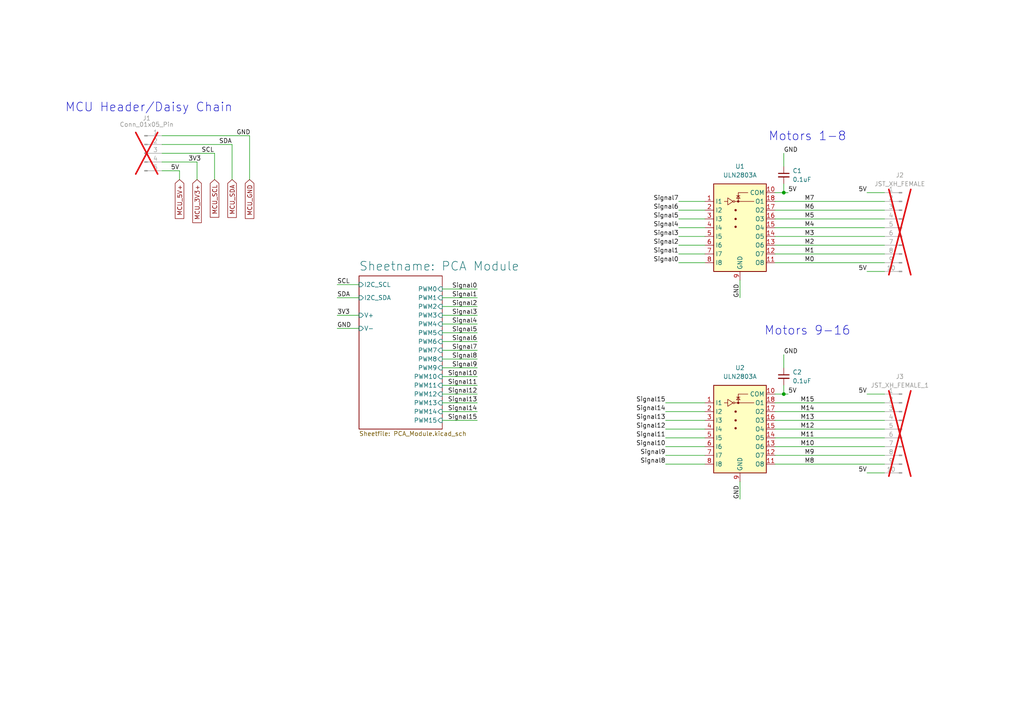
<source format=kicad_sch>
(kicad_sch (version 20231120) (generator "eeschema") (generator_version "8.0")
  (paper "A4")
  (lib_symbols
    (symbol "Connector:Conn_01x05_Pin" (pin_names (offset 1.016) hide)
      (property "Reference" "J" (at 0 7.62 0))
      (property "Value" "Conn_01x05_Pin" (at 0 -7.62 0))
      (symbol "Conn_01x05_Pin_1_1"
        (polyline (pts (xy 1.27 -5.08) (xy 0.8636 -5.08)) (stroke (width 0.1524)))
        (polyline (pts (xy 1.27 -2.54) (xy 0.8636 -2.54)) (stroke (width 0.1524)))
        (polyline (pts (xy 1.27 0) (xy 0.8636 0)) (stroke (width 0.1524)))
        (polyline (pts (xy 1.27 2.54) (xy 0.8636 2.54)) (stroke (width 0.1524)))
        (polyline (pts (xy 1.27 5.08) (xy 0.8636 5.08)) (stroke (width 0.1524)))
        (rectangle (start 0.8636 -4.953) (end 0 -5.207) (stroke (width 0.1524)) (fill (type outline)))
        (rectangle (start 0.8636 -2.413) (end 0 -2.667) (stroke (width 0.1524)) (fill (type outline)))
        (rectangle (start 0.8636 0.127) (end 0 -0.127) (stroke (width 0.1524)) (fill (type outline)))
        (rectangle (start 0.8636 2.667) (end 0 2.413) (stroke (width 0.1524)) (fill (type outline)))
        (rectangle (start 0.8636 5.207) (end 0 4.953) (stroke (width 0.1524)) (fill (type outline)))
        (pin passive line (at 5.08 5.08 180) (length 3.81) (name "Pin_1") (number "1"))
        (pin passive line (at 5.08 2.54 180) (length 3.81) (name "Pin_2") (number "2"))
        (pin passive line (at 5.08 0 180) (length 3.81) (name "Pin_3") (number "3"))
        (pin passive line (at 5.08 -2.54 180) (length 3.81) (name "Pin_4") (number "4"))
        (pin passive line (at 5.08 -5.08 180) (length 3.81) (name "Pin_5") (number "5"))
      )
    )
    (symbol "Connector:Conn_01x10_Pin" (pin_names (offset 1.016) hide)
      (property "Reference" "J" (at 0 12.7 0))
      (property "Value" "Conn_01x10_Pin" (at 0 -15.24 0))
      (symbol "Conn_01x10_Pin_1_1"
        (polyline (pts (xy 1.27 -12.7) (xy 0.8636 -12.7)) (stroke (width 0.1524)))
        (polyline (pts (xy 1.27 -10.16) (xy 0.8636 -10.16)) (stroke (width 0.1524)))
        (polyline (pts (xy 1.27 -7.62) (xy 0.8636 -7.62)) (stroke (width 0.1524)))
        (polyline (pts (xy 1.27 -5.08) (xy 0.8636 -5.08)) (stroke (width 0.1524)))
        (polyline (pts (xy 1.27 -2.54) (xy 0.8636 -2.54)) (stroke (width 0.1524)))
        (polyline (pts (xy 1.27 0) (xy 0.8636 0)) (stroke (width 0.1524)))
        (polyline (pts (xy 1.27 2.54) (xy 0.8636 2.54)) (stroke (width 0.1524)))
        (polyline (pts (xy 1.27 5.08) (xy 0.8636 5.08)) (stroke (width 0.1524)))
        (polyline (pts (xy 1.27 7.62) (xy 0.8636 7.62)) (stroke (width 0.1524)))
        (polyline (pts (xy 1.27 10.16) (xy 0.8636 10.16)) (stroke (width 0.1524)))
        (rectangle (start 0.8636 -12.573) (end 0 -12.827) (stroke (width 0.1524)) (fill (type outline)))
        (rectangle (start 0.8636 -10.033) (end 0 -10.287) (stroke (width 0.1524)) (fill (type outline)))
        (rectangle (start 0.8636 -7.493) (end 0 -7.747) (stroke (width 0.1524)) (fill (type outline)))
        (rectangle (start 0.8636 -4.953) (end 0 -5.207) (stroke (width 0.1524)) (fill (type outline)))
        (rectangle (start 0.8636 -2.413) (end 0 -2.667) (stroke (width 0.1524)) (fill (type outline)))
        (rectangle (start 0.8636 0.127) (end 0 -0.127) (stroke (width 0.1524)) (fill (type outline)))
        (rectangle (start 0.8636 2.667) (end 0 2.413) (stroke (width 0.1524)) (fill (type outline)))
        (rectangle (start 0.8636 5.207) (end 0 4.953) (stroke (width 0.1524)) (fill (type outline)))
        (rectangle (start 0.8636 7.747) (end 0 7.493) (stroke (width 0.1524)) (fill (type outline)))
        (rectangle (start 0.8636 10.287) (end 0 10.033) (stroke (width 0.1524)) (fill (type outline)))
        (pin passive line (at 5.08 10.16 180) (length 3.81) (name "Pin_1") (number "1"))
        (pin passive line (at 5.08 -12.7 180) (length 3.81) (name "Pin_10") (number "10"))
        (pin passive line (at 5.08 7.62 180) (length 3.81) (name "Pin_2") (number "2"))
        (pin passive line (at 5.08 5.08 180) (length 3.81) (name "Pin_3") (number "3"))
        (pin passive line (at 5.08 2.54 180) (length 3.81) (name "Pin_4") (number "4"))
        (pin passive line (at 5.08 0 180) (length 3.81) (name "Pin_5") (number "5"))
        (pin passive line (at 5.08 -2.54 180) (length 3.81) (name "Pin_6") (number "6"))
        (pin passive line (at 5.08 -5.08 180) (length 3.81) (name "Pin_7") (number "7"))
        (pin passive line (at 5.08 -7.62 180) (length 3.81) (name "Pin_8") (number "8"))
        (pin passive line (at 5.08 -10.16 180) (length 3.81) (name "Pin_9") (number "9"))
      )
    )
    (symbol "Device:C_Small" (pin_numbers hide) (pin_names (offset 0.254) hide)
      (property "Reference" "C" (at 0.254 1.778 0))
      (property "Value" "C_Small" (at 0.254 -2.032 0))
      (symbol "C_Small_0_1"
        (polyline (pts (xy -1.524 -0.508) (xy 1.524 -0.508)) (stroke (width 0.3302)))
        (polyline (pts (xy -1.524 0.508) (xy 1.524 0.508)) (stroke (width 0.3048)))
      )
      (symbol "C_Small_1_1"
        (pin passive line (at 0 2.54 270) (length 2.032) (name "~") (number "1"))
        (pin passive line (at 0 -2.54 90) (length 2.032) (name "~") (number "2"))
      )
    )
    (symbol "Transistor_Array:ULN2803A"
      (property "Reference" "U" (at 0 13.335 0))
      (property "Value" "ULN2803A" (at 0 11.43 0))
      (symbol "ULN2803A_0_1"
        (rectangle (start -7.62 -15.24) (end 7.62 10.16) (stroke (width 0.254)) (fill (type background)))
        (circle (center -1.778 5.08) (radius 0.254))
        (circle (center -1.27 -2.286) (radius 0.254) (fill (type outline)))
        (circle (center -1.27 0) (radius 0.254) (fill (type outline)))
        (circle (center -1.27 2.54) (radius 0.254) (fill (type outline)))
        (circle (center -0.508 5.08) (radius 0.254) (fill (type outline)))
        (polyline (pts (xy -4.572 5.08) (xy -3.556 5.08)))
        (polyline (pts (xy -1.524 5.08) (xy 4.064 5.08)))
        (polyline (pts (xy 0 6.731) (xy -1.016 6.731)))
        (polyline (pts (xy -0.508 5.08) (xy -0.508 7.62) (xy 2.286 7.62)))
        (polyline (pts (xy -3.556 6.096) (xy -3.556 4.064) (xy -2.032 5.08) (xy -3.556 6.096)))
        (polyline (pts (xy 0 5.969) (xy -1.016 5.969) (xy -0.508 6.731) (xy 0 5.969)))
      )
      (symbol "ULN2803A_1_1"
        (pin input line (at -10.16 5.08 0) (length 2.54) (name "I1") (number "1"))
        (pin passive line (at 10.16 7.62 180) (length 2.54) (name "COM") (number "10"))
        (pin open_collector line (at 10.16 -12.7 180) (length 2.54) (name "O8") (number "11"))
        (pin open_collector line (at 10.16 -10.16 180) (length 2.54) (name "O7") (number "12"))
        (pin open_collector line (at 10.16 -7.62 180) (length 2.54) (name "O6") (number "13"))
        (pin open_collector line (at 10.16 -5.08 180) (length 2.54) (name "O5") (number "14"))
        (pin open_collector line (at 10.16 -2.54 180) (length 2.54) (name "O4") (number "15"))
        (pin open_collector line (at 10.16 0 180) (length 2.54) (name "O3") (number "16"))
        (pin open_collector line (at 10.16 2.54 180) (length 2.54) (name "O2") (number "17"))
        (pin open_collector line (at 10.16 5.08 180) (length 2.54) (name "O1") (number "18"))
        (pin input line (at -10.16 2.54 0) (length 2.54) (name "I2") (number "2"))
        (pin input line (at -10.16 0 0) (length 2.54) (name "I3") (number "3"))
        (pin input line (at -10.16 -2.54 0) (length 2.54) (name "I4") (number "4"))
        (pin input line (at -10.16 -5.08 0) (length 2.54) (name "I5") (number "5"))
        (pin input line (at -10.16 -7.62 0) (length 2.54) (name "I6") (number "6"))
        (pin input line (at -10.16 -10.16 0) (length 2.54) (name "I7") (number "7"))
        (pin input line (at -10.16 -12.7 0) (length 2.54) (name "I8") (number "8"))
        (pin power_in line (at 0 -17.78 90) (length 2.54) (name "GND") (number "9"))
      )
    )
  )
  (junction (at 227.33 55.88))
  (junction (at 227.33 114.3))
  (wire (pts (xy 224.79 60.96) (xy 256.54 60.96)))
  (wire (pts (xy 193.04 129.54) (xy 204.47 129.54)))
  (wire (pts (xy 227.33 102.87) (xy 227.33 106.68)))
  (wire (pts (xy 196.85 71.12) (xy 204.47 71.12)))
  (wire (pts (xy 224.79 127) (xy 256.54 127)))
  (wire (pts (xy 138.43 86.36) (xy 128.27 86.36)))
  (wire (pts (xy 57.15 46.99) (xy 57.15 52.07)))
  (wire (pts (xy 193.04 124.46) (xy 204.47 124.46)))
  (wire (pts (xy 214.63 86.36) (xy 214.63 81.28)))
  (wire (pts (xy 46.99 41.91) (xy 67.31 41.91)))
  (wire (pts (xy 224.79 71.12) (xy 256.54 71.12)))
  (wire (pts (xy 224.79 119.38) (xy 256.54 119.38)))
  (wire (pts (xy 251.46 55.88) (xy 256.54 55.88)))
  (wire (pts (xy 138.43 83.82) (xy 128.27 83.82)))
  (wire (pts (xy 138.43 121.92) (xy 128.27 121.92)))
  (wire (pts (xy 224.79 124.46) (xy 256.54 124.46)))
  (wire (pts (xy 224.79 63.5) (xy 256.54 63.5)))
  (wire (pts (xy 138.43 99.06) (xy 128.27 99.06)))
  (wire (pts (xy 196.85 73.66) (xy 204.47 73.66)))
  (wire (pts (xy 138.43 106.68) (xy 128.27 106.68)))
  (wire (pts (xy 138.43 114.3) (xy 128.27 114.3)))
  (wire (pts (xy 224.79 114.3) (xy 227.33 114.3)))
  (wire (pts (xy 224.79 132.08) (xy 256.54 132.08)))
  (wire (pts (xy 138.43 93.98) (xy 128.27 93.98)))
  (wire (pts (xy 97.79 82.55) (xy 104.14 82.55)))
  (wire (pts (xy 196.85 63.5) (xy 204.47 63.5)))
  (wire (pts (xy 196.85 58.42) (xy 204.47 58.42)))
  (wire (pts (xy 224.79 121.92) (xy 256.54 121.92)))
  (wire (pts (xy 52.07 49.53) (xy 52.07 52.07)))
  (wire (pts (xy 196.85 60.96) (xy 204.47 60.96)))
  (wire (pts (xy 224.79 129.54) (xy 256.54 129.54)))
  (wire (pts (xy 138.43 104.14) (xy 128.27 104.14)))
  (wire (pts (xy 251.46 114.3) (xy 256.54 114.3)))
  (wire (pts (xy 196.85 66.04) (xy 204.47 66.04)))
  (wire (pts (xy 138.43 96.52) (xy 128.27 96.52)))
  (wire (pts (xy 46.99 44.45) (xy 62.23 44.45)))
  (wire (pts (xy 97.79 86.36) (xy 104.14 86.36)))
  (wire (pts (xy 138.43 91.44) (xy 128.27 91.44)))
  (wire (pts (xy 224.79 76.2) (xy 256.54 76.2)))
  (wire (pts (xy 193.04 116.84) (xy 204.47 116.84)))
  (wire (pts (xy 214.63 144.78) (xy 214.63 139.7)))
  (wire (pts (xy 62.23 44.45) (xy 62.23 52.07)))
  (wire (pts (xy 227.33 44.45) (xy 227.33 48.26)))
  (wire (pts (xy 46.99 49.53) (xy 52.07 49.53)))
  (wire (pts (xy 224.79 116.84) (xy 256.54 116.84)))
  (wire (pts (xy 138.43 88.9) (xy 128.27 88.9)))
  (wire (pts (xy 193.04 127) (xy 204.47 127)))
  (wire (pts (xy 196.85 68.58) (xy 204.47 68.58)))
  (wire (pts (xy 193.04 121.92) (xy 204.47 121.92)))
  (wire (pts (xy 224.79 66.04) (xy 256.54 66.04)))
  (wire (pts (xy 224.79 134.62) (xy 256.54 134.62)))
  (wire (pts (xy 227.33 55.88) (xy 228.6 55.88)))
  (wire (pts (xy 138.43 109.22) (xy 128.27 109.22)))
  (wire (pts (xy 138.43 119.38) (xy 128.27 119.38)))
  (wire (pts (xy 224.79 58.42) (xy 256.54 58.42)))
  (wire (pts (xy 97.79 95.25) (xy 104.14 95.25)))
  (wire (pts (xy 193.04 132.08) (xy 204.47 132.08)))
  (wire (pts (xy 196.85 76.2) (xy 204.47 76.2)))
  (wire (pts (xy 72.39 39.37) (xy 72.39 52.07)))
  (wire (pts (xy 138.43 111.76) (xy 128.27 111.76)))
  (wire (pts (xy 251.46 78.74) (xy 256.54 78.74)))
  (wire (pts (xy 138.43 101.6) (xy 128.27 101.6)))
  (wire (pts (xy 224.79 55.88) (xy 227.33 55.88)))
  (wire (pts (xy 224.79 73.66) (xy 256.54 73.66)))
  (wire (pts (xy 193.04 134.62) (xy 204.47 134.62)))
  (wire (pts (xy 138.43 116.84) (xy 128.27 116.84)))
  (wire (pts (xy 227.33 114.3) (xy 228.6 114.3)))
  (wire (pts (xy 193.04 119.38) (xy 204.47 119.38)))
  (wire (pts (xy 224.79 68.58) (xy 256.54 68.58)))
  (wire (pts (xy 97.79 91.44) (xy 104.14 91.44)))
  (wire (pts (xy 227.33 111.76) (xy 227.33 114.3)))
  (wire (pts (xy 251.46 137.16) (xy 256.54 137.16)))
  (wire (pts (xy 46.99 39.37) (xy 72.39 39.37)))
  (wire (pts (xy 67.31 52.07) (xy 67.31 41.91)))
  (wire (pts (xy 227.33 53.34) (xy 227.33 55.88)))
  (wire (pts (xy 46.99 46.99) (xy 57.15 46.99)))
  (text "Motors 1-8\n" (at 234.188 39.624 0) (effects (font (size 2.54 2.54))))
  (text "Motors 9-16\n\n" (at 234.188 98.044 0) (effects (font (size 2.54 2.54))))
  (text "MCU Header/Daisy Chain" (at 43.18 31.242 0) (effects (font (size 2.54 2.54))))
  (label "M11" (at 236.22 127 180))
  (label "SDA" (at 97.79 86.36 0))
  (label "Signal2" (at 138.43 88.9 180))
  (label "Signal8" (at 138.43 104.14 180))
  (label "SCL" (at 97.79 82.55 0))
  (label "GND" (at 97.79 95.25 0))
  (label "M6" (at 236.22 60.96 180))
  (label "Signal12" (at 193.04 124.46 180))
  (label "GND" (at 214.63 86.36 90))
  (label "5V" (at 49.53 49.53 0))
  (label "Signal0" (at 196.85 76.2 180))
  (label "Signal3" (at 138.43 91.44 180))
  (label "Signal10" (at 193.04 129.54 180))
  (label "Signal5" (at 196.85 63.5 180))
  (label "Signal1" (at 196.85 73.66 180))
  (label "M12" (at 236.22 124.46 180))
  (label "5V" (at 228.6 114.3 0))
  (label "Signal15" (at 193.04 116.84 180))
  (label "Signal14" (at 138.43 119.38 180))
  (label "Signal12" (at 138.43 114.3 180))
  (label "M10" (at 236.22 129.54 180))
  (label "Signal11" (at 138.43 111.76 180))
  (label "M2" (at 236.22 71.12 180))
  (label "Signal6" (at 138.43 99.06 180))
  (label "Signal4" (at 196.85 66.04 180))
  (label "Signal13" (at 193.04 121.92 180))
  (label "Signal13" (at 138.43 116.84 180))
  (label "Signal11" (at 193.04 127 180))
  (label "M3" (at 236.22 68.58 180))
  (label "Signal9" (at 138.43 106.68 180))
  (label "Signal1" (at 138.43 86.36 180))
  (label "GND" (at 68.58 39.37 0))
  (label "Signal7" (at 138.43 101.6 180))
  (label "M14" (at 236.22 119.38 180))
  (label "5V" (at 251.46 114.3 180))
  (label "SDA" (at 63.5 41.91 0))
  (label "Signal5" (at 138.43 96.52 180))
  (label "Signal3" (at 196.85 68.58 180))
  (label "Signal8" (at 193.04 134.62 180))
  (label "GND" (at 227.33 102.87 0))
  (label "5V" (at 251.46 137.16 180))
  (label "Signal0" (at 138.43 83.82 180))
  (label "M7" (at 236.22 58.42 180))
  (label "5V" (at 251.46 55.88 180))
  (label "GND" (at 214.63 144.78 90))
  (label "Signal2" (at 196.85 71.12 180))
  (label "Signal10" (at 138.43 109.22 180))
  (label "Signal9" (at 193.04 132.08 180))
  (label "Signal7" (at 196.85 58.42 180))
  (label "Signal15" (at 138.43 121.92 180))
  (label "5V" (at 251.46 78.74 180))
  (label "5V" (at 228.6 55.88 0))
  (label "M1" (at 236.22 73.66 180))
  (label "Signal6" (at 196.85 60.96 180))
  (label "3V3" (at 97.79 91.44 0))
  (label "GND" (at 227.33 44.45 0))
  (label "3V3" (at 54.61 46.99 0))
  (label "Signal4" (at 138.43 93.98 180))
  (label "SCL" (at 58.42 44.45 0))
  (label "M4" (at 236.22 66.04 180))
  (label "M9" (at 236.22 132.08 180))
  (label "M8" (at 236.22 134.62 180))
  (label "M0" (at 236.22 76.2 180))
  (label "Signal14" (at 193.04 119.38 180))
  (label "M15" (at 236.22 116.84 180))
  (label "M13" (at 236.22 121.92 180))
  (label "M5" (at 236.22 63.5 180))
  (global_label "MCU_GND" (shape input) (at 72.39 52.07 270) (property "Intersheetrefs" "${INTERSHEET_REFS}" (effects (hide yes))))
  (global_label "MCU_5V+" (shape input) (at 52.07 52.07 270) (property "Intersheetrefs" "${INTERSHEET_REFS}" (effects (hide yes))))
  (global_label "MCU_SCL" (shape input) (at 62.23 52.07 270) (property "Intersheetrefs" "${INTERSHEET_REFS}" (effects (hide yes))))
  (global_label "MCU_SDA" (shape input) (at 67.31 52.07 270) (property "Intersheetrefs" "${INTERSHEET_REFS}" (effects (hide yes))))
  (global_label "MCU_3V3+" (shape input) (at 57.15 52.07 270) (property "Intersheetrefs" "${INTERSHEET_REFS}" (effects (hide yes))))
  (symbol (lib_id "Connector:Conn_01x05_Pin") (at 41.91 44.45 0) (unit 1) (in_bom no) (dnp yes)
    (property "Reference" "J1" (at 42.545 34.29 0))
    (property "Value" "Conn_01x05_Pin" (at 42.545 36.83 0) (effects (justify bottom)))
    (property "Footprint" "Connector_PinHeader_2.54mm:PinHeader_1x05_P2.54mm_Vertical" (effects (hide yes)))
    (property "Description" "Generic connector, single row, 01x05, script generated" (effects (hide yes)))
  )
  (symbol (lib_id "Device:C_Small") (at 227.33 109.22 0) (unit 1)
    (property "Reference" "C2" (at 229.87 107.9562 0) (effects (justify left)))
    (property "Value" "0.1uF" (at 229.87 110.4962 0) (effects (justify left)))
    (property "Footprint" "Capacitor_SMD:C_0805_2012Metric" (effects (hide yes)))
    (property "Description" "Unpolarized capacitor, small symbol" (effects (hide yes)))
  )
  (symbol (lib_id "Connector:Conn_01x10_Pin") (at 261.62 66.04 0) (mirror y) (unit 1) (in_bom no) (dnp yes)
    (property "Reference" "J2" (at 260.985 50.8 0))
    (property "Value" "JST_XH_FEMALE" (at 260.985 53.34 0))
    (property "Footprint" "Connector_PinHeader_2.00mm:PinHeader_1x10_P2.00mm_Vertical" (effects (hide yes)))
    (property "Description" "Generic connector, single row, 01x10, script generated" (effects (hide yes)))
  )
  (symbol (lib_id "Device:C_Small") (at 227.33 50.8 0) (unit 1)
    (property "Reference" "C1" (at 229.87 49.5362 0) (effects (justify left)))
    (property "Value" "0.1uF" (at 229.87 52.0762 0) (effects (justify left)))
    (property "Footprint" "Capacitor_SMD:C_0805_2012Metric" (effects (hide yes)))
    (property "Description" "Unpolarized capacitor, small symbol" (effects (hide yes)))
  )
  (symbol (lib_id "Transistor_Array:ULN2803A") (at 214.63 121.92 0) (unit 1)
    (property "Reference" "U2" (at 214.63 106.68 0))
    (property "Value" "ULN2803A" (at 214.63 109.22 0))
    (property "Footprint" "Package_SO:SOIC-18W_7.5x11.6mm_P1.27mm" (effects (hide yes)))
    (property "Datasheet" "http://www.ti.com/lit/ds/symlink/uln2803a.pdf" (effects (hide yes)))
    (property "Description" "Darlington Transistor Arrays, SOIC18/DIP18" (effects (hide yes)))
  )
  (symbol (lib_id "Connector:Conn_01x10_Pin") (at 261.62 124.46 0) (mirror y) (unit 1) (in_bom no) (dnp yes)
    (property "Reference" "J3" (at 260.985 109.22 0))
    (property "Value" "JST_XH_FEMALE_1" (at 260.985 111.76 0))
    (property "Footprint" "Connector_PinHeader_2.00mm:PinHeader_1x10_P2.00mm_Vertical" (effects (hide yes)))
    (property "Description" "Generic connector, single row, 01x10, script generated" (effects (hide yes)))
  )
  (symbol (lib_id "Transistor_Array:ULN2803A") (at 214.63 63.5 0) (unit 1)
    (property "Reference" "U1" (at 214.63 48.26 0))
    (property "Value" "ULN2803A" (at 214.63 50.8 0))
    (property "Footprint" "Package_SO:SOIC-18W_7.5x11.6mm_P1.27mm" (effects (hide yes)))
    (property "Datasheet" "http://www.ti.com/lit/ds/symlink/uln2803a.pdf" (effects (hide yes)))
    (property "Description" "Darlington Transistor Arrays, SOIC18/DIP18" (effects (hide yes)))
  )
  (sheet (at 104.14 80.01) (size 24.13 44.45) (stroke (width 0.1524))
    (property "Sheetname" "PCA Module" (at 104.14 78.6634 0) (show_name yes) (effects (font (size 2.54 2.54)) (justify left bottom)))
    (property "Sheetfile" "PCA_Module.kicad_sch" (at 104.14 125.0446 0) (show_name yes) (effects (justify left top)))
    (pin "I2C_SCL" input (at 104.14 82.55 180))
    (pin "V+" input (at 104.14 91.44 180))
    (pin "PWM9" input (at 128.27 106.68 0))
    (pin "PWM8" input (at 128.27 104.14 0))
    (pin "PWM10" input (at 128.27 109.22 0))
    (pin "PWM11" input (at 128.27 111.76 0))
    (pin "PWM12" input (at 128.27 114.3 0))
    (pin "PWM13" input (at 128.27 116.84 0))
    (pin "PWM14" input (at 128.27 119.38 0))
    (pin "PWM15" input (at 128.27 121.92 0))
    (pin "V-" input (at 104.14 95.25 180))
    (pin "I2C_SDA" input (at 104.14 86.36 180))
    (pin "PWM2" input (at 128.27 88.9 0))
    (pin "PWM3" input (at 128.27 91.44 0))
    (pin "PWM0" input (at 128.27 83.82 0))
    (pin "PWM1" input (at 128.27 86.36 0))
    (pin "PWM4" input (at 128.27 93.98 0))
    (pin "PWM5" input (at 128.27 96.52 0))
    (pin "PWM6" input (at 128.27 99.06 0))
    (pin "PWM7" input (at 128.27 101.6 0))
  )
)
</source>
